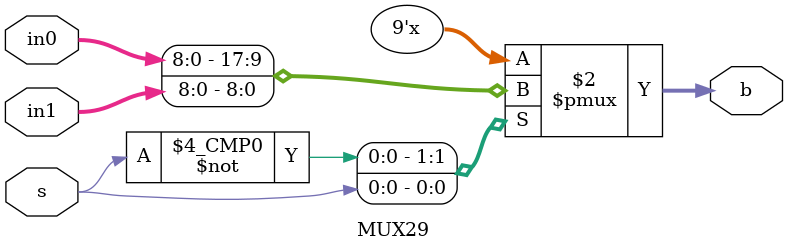
<source format=v>
module cpu(clk, reset, mdata, out, N, V, Z, mem_cmd, mem_addr,halt);
    input clk, reset;
    input [15:0] mdata;
    output [15:0] out;
    output N, V, Z;
    output [1:0] mem_cmd;
    output [8:0] mem_addr;
    output halt;

    wire [20:0] mainout;
    wire [2:0] opcode, writenum, readnum;
    wire [1:0] op, shift, ALUop;
    wire [15:0] sximm8, sximm5, regout;
    wire load_ir;
    wire [2:0] zonk;
    wire [8:0] addrm0, PC, next_pc, new_PC;
    wire [15:0] bonk_pc;
    // Z_out assignments
    assign Z = zonk[0]; // original status
    assign N = zonk[1]; // negative status
    assign V = zonk[2]; // overflow status
    assign mem_cmd = mainout[16:15];

    vDFFE #(16) ireg(clk, mainout[20], mdata, regout); // instruction register
    InDecoder id(regout, mainout[13:11], opcode, op, writenum, readnum, shift, ALUop, sximm8, sximm5); // instruction decoder
    state1 FSM( reset, clk, opcode, op, mainout,halt); // state machine
    datapath DP(bonk_pc,(PC-2'b11),sximm8, sximm5, mainout[10:7], writenum, mainout[0], readnum, clk, mainout[1], mainout[2], mainout[3], shift, mainout[5], mainout[6], ALUop, mainout[4], zonk, out, mdata);
    // PC and Data Address logic (Lab 7)

    PCbox PCsel(bonk_pc[8:0],PC,zonk,sximm8[8:0],op,opcode,regout[10:8],new_PC); // added for lab 8

    MUX29 pcSel((new_PC+1'b1), 9'b000000000, mainout[14], next_pc); // PC Select MUX (Might need to change first input)
    vDFFE #(9) progC(clk, mainout[19], next_pc, PC); // Program Counter Register
    vDFFE #(9) dataA(clk, mainout[18], out[8:0], addrm0); // Data Address Register
    MUX29 addrSel(addrm0,PC, mainout[17], mem_addr); // Address Select MUX

endmodule

module InDecoder(in, nsel, opcode, op, writenum, readnum, shift, ALUop, sximm8, sximm5); // instruction decoder as in lab6 handout
    input [15:0] in;
    input [2:0] nsel; // 1 hot select to pick betweer Rn, Rd, Rm
    output [2:0] opcode, writenum;
    output [1:0] op;
    output [15:0] sximm8, sximm5;
    output [1:0] shift, ALUop;
    output reg [2:0] readnum;

    assign shift = in[4:3]; // shift values to be passed on to datapath
    assign ALUop = in[12:11]; // ALUop values to be passed on to datapath
    assign opcode = in[15:13]; // feeds into state machine
    assign op = in [12:11]; // feeds into state machine
    assign writenum = readnum; // Equating writenum and readnum

    SignExtend #(8) sx8(in[7:0], sximm8); // sign extention for sximm8
    SignExtend sx5(in[4:0], sximm5); // sign extention for sximm5

    always @(*) begin // MUX to select Rn, Rd, Rm
        case (nsel)
            3'b001: readnum = in[2:0]; // Rm
            3'b010: readnum = in[7:5]; // Rd
            3'b100: readnum = in[10:8]; // Rn
            default: readnum = 3'bxxx; // default value to avoid latches
        endcase
    end
endmodule

module SignExtend(inx, outx); // sign extend function used for sximm8 & sximm5 (Currently only for 5 or 8 bits)
    parameter n = 5;
    input [n-1:0] inx;
    output reg [15:0] outx;
    
    always @(*) begin // Adds enough 1's or 0's to make inx 16 bits based on MSB
        if (n == 5) begin
            if (inx[4] == 0) begin
                outx = {11'b00000000000,inx}; // if MSB == 0 for sximm5
            end else begin
                outx = {11'b11111111111,inx}; // if MSB == 1 for sximm5
            end
        end else begin
            if (inx[7] == 0) begin
                outx = {8'b00000000,inx}; // if MSB == 0 for sximm8
            end else begin
                outx = {8'b11111111,inx}; // if MSB == 1 for sximm8
            end
        end
    end
endmodule


//Encoding for mainout
     //20 load_ir
     //19 load_pc
     //18 load_addr
     //17 addr_sel
     //16:15 mem_cmd  01read/10write
     //14 reset_pc 
     //11:13 nsel
     //10:7  vsel
     //6 bsel
     //5 asel
     //4 loads
     //3 loadc
     //2 loadb
     //1 loada
     //0 write
module state1(reset, clk, opcode, op, mainout,halt); 
 // module I/O
`define reset               5'b00000  // RESET State
`define IF1                 5'b00001  // IF1 State
`define IF2                 5'b00010  // IF2 State
`define updatePC            5'b00011  // PC update State

`define decode              5'b00100  // DECODING State
`define read_n_a            5'b00101 // Load RN into RegA
`define read_m_b            5'b00110 // Load RM into RegB

`define write_d_c           5'b00111 // Write Output into RegD
`define write_n_sx          5'b01000// Write sximm8 Into Register RN

`define calculate_nb_na     5'b01001 // Send RegA and RegB Through ALUop
`define calculate_nb_a      5'b01010 // Send Reg into Shifter
`define calculate_b_na      5'b01011
`define status              5'b01100 // Output Status Values Z, V, N

`define load_mem_read       5'b01101 // Loads memory to be read
`define write_d_mdata       5'b01110 // writes Rd
`define read_d_b            5'b01111 // Loads Rd into RegB (In Datapath)
`define load_mem_write      5'b10000 // Loads for memory write
`define DAR                 5'b10001
`define write_n_pc          5'b10010 // writes PC into Rn
`define do_nothing          5'b10011 // Extra clock cycle for safety

    // Module I/O
    input reset, clk;
    input [2:0] opcode;
    input [1:0] op;
    output halt;
    output reg [20:0] mainout; 
    reg [4:0] next_state, state; // States


    always @(posedge clk) begin // reset block, handles reset value and returning to wait as a result
        if (reset == 1'b1) begin
            state = `reset;
    end else begin
            state = next_state;
        end
    end
    
    assign halt = ({opcode,op} != 5'b11100)? 1'b0 : (state == `decode)? 1'b1 : 1'b0; // HALT for AUTOGRADER
    
always@(*) begin
  case(state)
    `reset          :next_state = `IF1; // Reset State
    `IF1            :next_state = `IF2;
    `IF2            :next_state = `updatePC; 

    `updatePC       :next_state = `decode;

    `decode         :begin if ({opcode,op}== 5'b10111) next_state = `read_m_b;                                  //6.a

                     else  if ({opcode,op} == 5'b01011) next_state =  `write_n_pc;                              //BL.a  
                     else  if ({opcode,op} == 5'b01000) next_state =  `read_d_b;  

                     else  if ({opcode,op}== 5'b11100) next_state = `decode;                                    //HALT
                     else  if ({opcode,op}== 5'b11000) next_state = `read_m_b;                                  //2.a
                     else  if ({opcode,op}== 5'b11010) next_state = `write_n_sx; 
                     else  if ({opcode,op} == 5'b00100) next_state = `do_nothing;                                //1.a
                     else   next_state = `read_n_a; end                                                         //3.a/5.a/4.a/LDR.a/STR.a

    `read_n_a       :next_state =  (opcode == 3'b011)? `calculate_b_na : (opcode == 3'b100)? `calculate_b_na:  `read_m_b;                  //LDR.b,STR.b  //3.b //5.b //4.b
    `read_m_b       :next_state =  (opcode ==   5'b110  )? `calculate_nb_a : `calculate_nb_na;                  //2.b/nb_a     //3.c/5.c/4.c/6.b/nb_nb 
    `calculate_b_na :next_state =  `DAR;                           
    `calculate_nb_a :next_state =  ({opcode,op} == 5'b10000    )? `load_mem_write  : `write_d_c;                 //STR.e        //2.c
    `calculate_nb_na:next_state =  ({opcode,op} == 5'b10101    )? `status         : `write_d_c;                 //4.d          // 3.d/ 5.d/ 6.c 
    `DAR            :next_state =  ({opcode,op} ==   5'b01100  )? `load_mem_read : `read_d_b;                   //LDR.c        //STR.c

    `write_n_pc     :next_state = `IF1; 
    
    `load_mem_write :next_state = `IF1;                                                                         //STR.f
    `load_mem_read  :next_state = `write_d_mdata;                                                               //LDR.c
    `write_d_mdata  :next_state = `IF1;                                                                         //LDR.d
    `read_d_b       :next_state = ({opcode,op} == 5'b01000)? `IF1 :`calculate_nb_a;                                                             //STR.d
    `write_n_sx     :next_state = `IF1;                                                                         //1.b 
    `write_d_c      :next_state = `IF1;                                                                         //2.d/3.e/5.e/6.d  
    `status         :next_state = `IF1;                                                                         //4.e 
    `do_nothing     :next_state = `IF1;
     default        :next_state = `reset;
  endcase
end 

  always @(*)begin
   case(state) 
      `reset           :mainout = 21'b010_0_00_1_000_0000_00_0000_0;  // reset on,
      `IF1             :mainout = 21'b000_1_01_0_000_0000_00_0000_0;  // 
      `IF2             :mainout = 21'b100_1_01_0_000_0000_00_0000_0;  // 
      `updatePC        :mainout = 21'b010_0_00_0_000_0000_00_0000_0;  // update PC

      `read_n_a        :mainout = 21'b000_0_00_0_100_0000_00_0001_0;  // read Rn into A
      `read_m_b        :mainout = 21'b000_0_00_0_001_0000_00_0010_0;  // read Rm into B

      `calculate_b_na  :mainout = 21'b000_0_00_0_000_0000_10_0100_0;  // Send reg through Shifter
      `calculate_nb_a  :mainout = 21'b000_0_00_0_000_0000_01_0100_0;  // Send reg through Shifter
      `calculate_nb_na :mainout = 21'b000_0_00_0_000_0000_00_0100_0;  // ALUop values in RegA and RegB

      `DAR             :mainout = 21'b001_0_00_0_000_0000_00_0000_0;  

      `load_mem_read   :mainout = 21'b000_0_01_0_000_0000_00_0000_0;  //load into memory for reading
      `load_mem_write  :mainout = 21'b000_0_10_0_000_0000_00_0000_0; //load into memory for writing
      `write_d_mdata   :mainout = 21'b000_0_01_0_010_0001_00_0000_1;  //write mdata into Rd
      `read_d_b        :mainout = ({opcode,op} == 5'b01000)?21'b010_1_01_0_010_0000_00_0010_0 : 21'b000_0_00_0_010_0000_00_0010_0;  //read Rd into Bin

      `write_n_pc      :mainout = 21'b000_0_00_0_100_0100_00_0000_1;

      `write_d_c       :mainout = 21'b000_0_00_0_010_1000_00_0000_1;  //write C using vsel to Rd
      `write_n_sx      :mainout = 21'b000_0_00_0_100_0010_00_0000_1;  //write sximm8 using vsel to Rn
      `status          :mainout = 21'b000_0_00_0_000_0000_00_1000_0;  //Output status values
       default         :mainout = 21'b000_0_00_0_000_0000_00_0000_0;  //default for waiting state, decode state, and any other ones for the porpose of debugging
   endcase 
end
endmodule

module MUX29(in0, in1, s, b); // 2 option selection multiplexer
    input [8:0] in0, in1;  // inputs
    input s; // binary select
    output reg [8:0] b; // output of multiplexer

    always @(*) begin // sets 'b' to desired register based on binary input 's'
        case (s) // case statement to deicide witch input to give to outbut 'b'
            1'b0: b <= in0; // position 2 select
            1'b1: b <= in1; // position 1 select
            default: b <= 9'bxxxxxxxxx; // default value to avoid latches
        endcase
     end
endmodule

</source>
